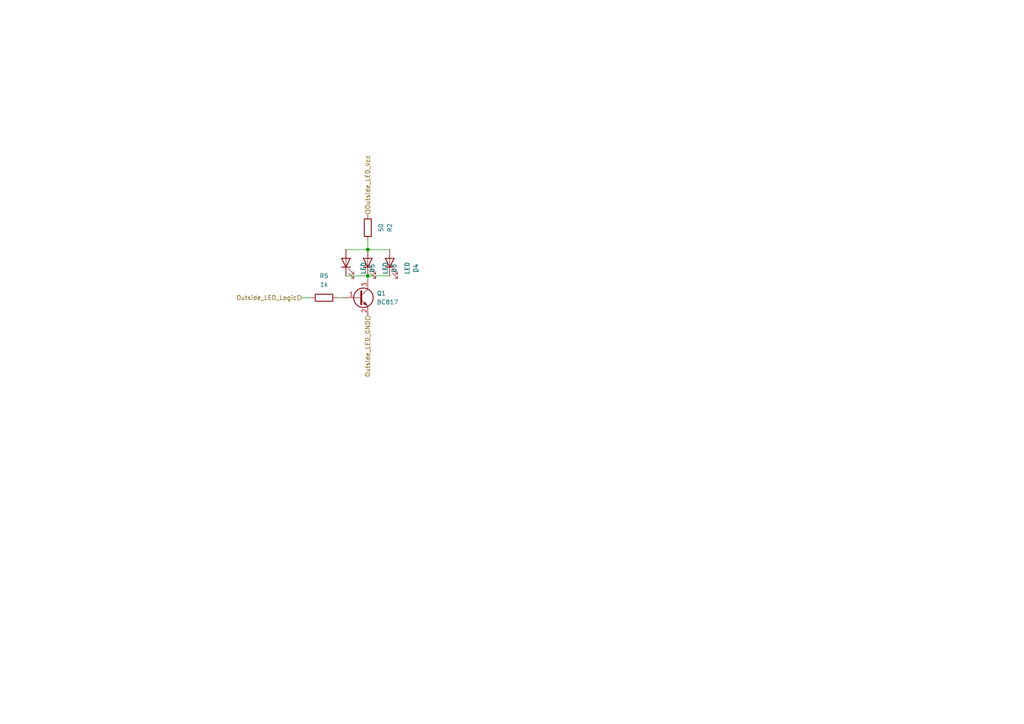
<source format=kicad_sch>
(kicad_sch (version 20231120) (generator "eeschema") (generator_version "8.0")
  (paper "A4")
  (lib_symbols
    (symbol "Device:LED" (pin_numbers hide) (pin_names (offset 1.016) hide)
      (property "Reference" "D" (at 0 2.54 0))
      (property "Value" "LED" (at 0 -2.54 0))
      (symbol "LED_0_1"
        (polyline (pts (xy -1.27 -1.27) (xy -1.27 1.27)) (stroke (width 0.254)))
        (polyline (pts (xy -1.27 0) (xy 1.27 0)))
        (polyline (pts (xy 1.27 -1.27) (xy 1.27 1.27) (xy -1.27 0) (xy 1.27 -1.27)) (stroke (width 0.254)))
        (polyline (pts (xy -3.048 -0.762) (xy -4.572 -2.286) (xy -3.81 -2.286) (xy -4.572 -2.286) (xy -4.572 -1.524)))
        (polyline (pts (xy -1.778 -0.762) (xy -3.302 -2.286) (xy -2.54 -2.286) (xy -3.302 -2.286) (xy -3.302 -1.524)))
      )
      (symbol "LED_1_1"
        (pin passive line (at -3.81 0 0) (length 2.54) (name "K") (number "1"))
        (pin passive line (at 3.81 0 180) (length 2.54) (name "A") (number "2"))
      )
    )
    (symbol "Device:R" (pin_numbers hide) (pin_names (offset 0))
      (property "Reference" "R" (at 2.032 0 90))
      (property "Value" "R" (at 0 0 90))
      (symbol "R_0_1"
        (rectangle (start -1.016 -2.54) (end 1.016 2.54) (stroke (width 0.254)))
      )
      (symbol "R_1_1"
        (pin passive line (at 0 3.81 270) (length 1.27) (name "~") (number "1"))
        (pin passive line (at 0 -3.81 90) (length 1.27) (name "~") (number "2"))
      )
    )
    (symbol "Transistor_BJT:BC817" (pin_names (offset 0) hide)
      (property "Reference" "Q" (at 5.08 1.905 0))
      (property "Value" "BC817" (at 5.08 0 0))
      (symbol "BC817_0_1"
        (polyline (pts (xy 0.635 0.635) (xy 2.54 2.54)))
        (polyline (pts (xy 0.635 -0.635) (xy 2.54 -2.54) (xy 2.54 -2.54)))
        (polyline (pts (xy 0.635 1.905) (xy 0.635 -1.905) (xy 0.635 -1.905)) (stroke (width 0.508)))
        (polyline (pts (xy 1.27 -1.778) (xy 1.778 -1.27) (xy 2.286 -2.286) (xy 1.27 -1.778) (xy 1.27 -1.778)) (fill (type outline)))
        (circle (center 1.27 0) (radius 2.8194) (stroke (width 0.254)))
      )
      (symbol "BC817_1_1"
        (pin input line (at -5.08 0 0) (length 5.715) (name "B") (number "1"))
        (pin passive line (at 2.54 -5.08 90) (length 2.54) (name "E") (number "2"))
        (pin passive line (at 2.54 5.08 270) (length 2.54) (name "C") (number "3"))
      )
    )
  )
  (junction (at 106.68 72.39))
  (junction (at 106.68 80.01))
  (wire (pts (xy 113.03 80.01) (xy 106.68 80.01)))
  (wire (pts (xy 106.68 80.01) (xy 100.33 80.01)))
  (wire (pts (xy 87.63 86.36) (xy 90.17 86.36)))
  (wire (pts (xy 97.79 86.36) (xy 99.06 86.36)))
  (wire (pts (xy 106.68 69.85) (xy 106.68 72.39)))
  (wire (pts (xy 106.68 72.39) (xy 100.33 72.39)))
  (wire (pts (xy 113.03 72.39) (xy 106.68 72.39)))
  (wire (pts (xy 106.68 80.01) (xy 106.68 81.28)))
  (hierarchical_label "Outside_LED_GND" (shape input) (at 106.68 91.44 270))
  (hierarchical_label "Outside_LED_Vcc" (shape input) (at 106.68 62.23 90))
  (hierarchical_label "Outside_LED_Logic" (shape input) (at 87.63 86.36 180))
  (symbol (lib_id "Device:LED") (at 113.03 76.2 90) (unit 1)
    (property "Reference" "D4" (at 120.65 77.7875 0))
    (property "Value" "LED" (at 118.11 77.7875 0))
    (property "Footprint" "LED_SMD:LED_1206_3216Metric" (effects (hide yes)))
    (property "Description" "Light emitting diode" (effects (hide yes)))
  )
  (symbol (lib_id "Device:LED") (at 106.68 76.2 90) (unit 1)
    (property "Reference" "D3" (at 114.3 77.7875 0))
    (property "Value" "LED" (at 111.76 77.7875 0))
    (property "Footprint" "LED_SMD:LED_1206_3216Metric" (effects (hide yes)))
    (property "Description" "Light emitting diode" (effects (hide yes)))
  )
  (symbol (lib_id "Device:R") (at 106.68 66.04 0) (unit 1)
    (property "Reference" "R2" (at 113.03 66.04 90))
    (property "Value" "50" (at 110.49 66.04 90))
    (property "Footprint" "Resistor_SMD:R_1206_3216Metric" (effects (hide yes)))
    (property "Description" "Resistor" (effects (hide yes)))
  )
  (symbol (lib_id "Transistor_BJT:BC817") (at 104.14 86.36 0) (unit 1)
    (property "Reference" "Q1" (at 109.22 85.0899 0) (effects (justify left)))
    (property "Value" "BC817" (at 109.22 87.6299 0) (effects (justify left)))
    (property "Footprint" "Package_TO_SOT_SMD:SOT-23" (effects (hide yes)))
    (property "Datasheet" "https://www.onsemi.com/pub/Collateral/BC818-D.pdf" (effects (hide yes)))
    (property "Description" "0.8A Ic, 45V Vce, NPN Transistor, SOT-23" (effects (hide yes)))
  )
  (symbol (lib_id "Device:R") (at 93.98 86.36 90) (unit 1)
    (property "Reference" "R5" (at 93.98 80.01 90))
    (property "Value" "1k" (at 93.98 82.55 90))
    (property "Footprint" "Resistor_SMD:R_0603_1608Metric" (effects (hide yes)))
    (property "Description" "Resistor" (effects (hide yes)))
  )
  (symbol (lib_id "Device:LED") (at 100.33 76.2 90) (unit 1)
    (property "Reference" "D5" (at 107.95 77.7875 0))
    (property "Value" "LED" (at 105.41 77.7875 0))
    (property "Footprint" "LED_SMD:LED_1206_3216Metric" (effects (hide yes)))
    (property "Description" "Light emitting diode" (effects (hide yes)))
  )
)
</source>
